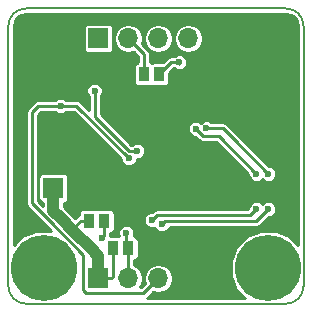
<source format=gbr>
G04 #@! TF.FileFunction,Copper,L2,Bot,Signal*
%FSLAX46Y46*%
G04 Gerber Fmt 4.6, Leading zero omitted, Abs format (unit mm)*
G04 Created by KiCad (PCBNEW 4.0.5) date Sunday, 09. April 2017 'u43' 16:43:39*
%MOMM*%
%LPD*%
G01*
G04 APERTURE LIST*
%ADD10C,0.100000*%
%ADD11C,0.150000*%
%ADD12C,5.600000*%
%ADD13R,0.970000X1.270000*%
%ADD14C,1.450000*%
%ADD15O,1.900000X1.200000*%
%ADD16R,1.700000X1.700000*%
%ADD17O,1.700000X1.700000*%
%ADD18R,1.750000X1.750000*%
%ADD19C,1.750000*%
%ADD20C,0.600000*%
%ADD21C,0.250000*%
%ADD22C,1.000000*%
%ADD23C,0.254000*%
G04 APERTURE END LIST*
D10*
D11*
X113500000Y-135000000D02*
G75*
G03X115000000Y-133500000I0J1500000D01*
G01*
X90000000Y-133500000D02*
G75*
G03X91500000Y-135000000I1500000J0D01*
G01*
X115000000Y-111500000D02*
G75*
G03X113500000Y-110000000I-1500000J0D01*
G01*
X91500000Y-110000000D02*
G75*
G03X90000000Y-111500000I0J-1500000D01*
G01*
X113500000Y-135000000D02*
X91500000Y-135000000D01*
X115000000Y-111500000D02*
X115000000Y-133500000D01*
X91500000Y-110000000D02*
X113500000Y-110000000D01*
X90000000Y-133500000D02*
X90000000Y-111500000D01*
D12*
X112000000Y-132000000D03*
D13*
X100160000Y-130320000D03*
X98880000Y-130320000D03*
X98140000Y-128000000D03*
X96860000Y-128000000D03*
D14*
X110550000Y-113580000D03*
X110550000Y-118580000D03*
D15*
X113250000Y-112580000D03*
X113250000Y-119580000D03*
D16*
X97620000Y-112540000D03*
D17*
X100160000Y-112540000D03*
X102700000Y-112540000D03*
X105240000Y-112540000D03*
X107780000Y-112540000D03*
D16*
X97620000Y-132860000D03*
D17*
X100160000Y-132860000D03*
X102700000Y-132860000D03*
X105240000Y-132860000D03*
D12*
X93000000Y-132000000D03*
D13*
X102770000Y-115588000D03*
X101500000Y-115588000D03*
X100230000Y-115588000D03*
D18*
X93810000Y-125200000D03*
D19*
X93810000Y-122700000D03*
D20*
X91000000Y-121000000D03*
X91000000Y-125000000D03*
X91000000Y-129000000D03*
X109050000Y-125240000D03*
X109050000Y-123970000D03*
X101500000Y-124500000D03*
X104500000Y-124500000D03*
X102407000Y-124478000D03*
X103607000Y-124478000D03*
X104500000Y-117500000D03*
X100930000Y-122065000D03*
X97300000Y-116985000D03*
X104478052Y-114571948D03*
X111000000Y-127000000D03*
X102179286Y-127914612D03*
X111000000Y-124000000D03*
X105855919Y-120179081D03*
X100000000Y-129000000D03*
X97942200Y-129472929D03*
X103007000Y-128288748D03*
X112000000Y-127000000D03*
X112000000Y-124000000D03*
X106775380Y-120155390D03*
X94445000Y-118255000D03*
X100205002Y-122700000D03*
D21*
X91000000Y-121000000D02*
X91000000Y-119000000D01*
X91000000Y-120000000D02*
X91000000Y-129000000D01*
X100160000Y-115715000D02*
X100160000Y-116600000D01*
X100160000Y-116600000D02*
X101060000Y-117500000D01*
X101060000Y-117500000D02*
X104500000Y-117500000D01*
X100206412Y-122065000D02*
X97666412Y-119525000D01*
X100930000Y-122065000D02*
X100206412Y-122065000D01*
X97300000Y-119158588D02*
X97666412Y-119525000D01*
X97300000Y-116985000D02*
X97300000Y-119158588D01*
D22*
X95500000Y-128831002D02*
X94448998Y-127780000D01*
X94448998Y-127780000D02*
X93810000Y-127141002D01*
X93810000Y-127141002D02*
X93810000Y-125200000D01*
X95500000Y-128835000D02*
X95500000Y-128831002D01*
D21*
X97620000Y-132860000D02*
X98720000Y-132860000D01*
X98880000Y-132700000D02*
X98880000Y-131205000D01*
X98720000Y-132860000D02*
X98880000Y-132700000D01*
X98880000Y-131205000D02*
X98880000Y-130320000D01*
D22*
X95500000Y-128835000D02*
X96985000Y-130320000D01*
D21*
X96860000Y-128000000D02*
X96125000Y-128000000D01*
X96125000Y-128000000D02*
X95500000Y-128625000D01*
X95500000Y-128625000D02*
X95500000Y-128835000D01*
X98880000Y-130320000D02*
X98880000Y-130170000D01*
D22*
X96985000Y-130320000D02*
X97620000Y-130955000D01*
X97620000Y-130955000D02*
X97620000Y-132860000D01*
X97620000Y-131010000D02*
X97620000Y-132860000D01*
D21*
X104478052Y-114571948D02*
X103786052Y-114571948D01*
X103786052Y-114571948D02*
X102770000Y-115588000D01*
X104478052Y-114671948D02*
X104478052Y-114571948D01*
X100160000Y-112540000D02*
X101500000Y-113880000D01*
X101500000Y-113880000D02*
X101500000Y-115588000D01*
X102179286Y-127914612D02*
X102593898Y-127500000D01*
X110500000Y-127500000D02*
X102593898Y-127500000D01*
X111000000Y-127000000D02*
X110500000Y-127500000D01*
X107823162Y-120823162D02*
X106500000Y-120823162D01*
X106500000Y-120823162D02*
X105855919Y-120179081D01*
X111000000Y-124000000D02*
X107823162Y-120823162D01*
X100000000Y-129000000D02*
X100000000Y-130160000D01*
X100000000Y-130160000D02*
X100160000Y-130320000D01*
X100160000Y-132860000D02*
X100160000Y-130320000D01*
X98140000Y-128000000D02*
X98140000Y-129275129D01*
X98140000Y-129275129D02*
X97942200Y-129472929D01*
X103007000Y-128288748D02*
X103306999Y-127988749D01*
X103306999Y-127988749D02*
X111011251Y-127988749D01*
X111011251Y-127988749D02*
X111500000Y-127500000D01*
X111500000Y-127500000D02*
X112000000Y-127000000D01*
X106775380Y-120155390D02*
X108155390Y-120155390D01*
X109000000Y-121000000D02*
X112000000Y-124000000D01*
X108155390Y-120155390D02*
X109000000Y-121000000D01*
X93498260Y-127996003D02*
X92012257Y-126510000D01*
X94445000Y-118255000D02*
X92540000Y-118255000D01*
X92012257Y-126510000D02*
X92012257Y-118782743D01*
X92012257Y-118782743D02*
X92540000Y-118255000D01*
X93498260Y-128000000D02*
X93498260Y-127996003D01*
X102700000Y-132860000D02*
X101430000Y-134130000D01*
X101430000Y-134130000D02*
X96604998Y-134130000D01*
X96604998Y-134130000D02*
X96350000Y-133875002D01*
X96350000Y-133875002D02*
X96350000Y-130851740D01*
X96350000Y-130851740D02*
X93498260Y-128000000D01*
X100205002Y-122700000D02*
X95760002Y-118255000D01*
X95760002Y-118255000D02*
X94445000Y-118255000D01*
D23*
G36*
X113896103Y-110543723D02*
X114231902Y-110768098D01*
X114456277Y-111103897D01*
X114544000Y-111544913D01*
X114544000Y-130045900D01*
X113804244Y-129304852D01*
X112635516Y-128819554D01*
X111370036Y-128818450D01*
X110200463Y-129301707D01*
X109304852Y-130195756D01*
X108819554Y-131364484D01*
X108818450Y-132629964D01*
X109301707Y-133799537D01*
X110044872Y-134544000D01*
X101703681Y-134544000D01*
X101787796Y-134487796D01*
X102249988Y-134025604D01*
X102700000Y-134115117D01*
X103171083Y-134021413D01*
X103570448Y-133754565D01*
X103837296Y-133355200D01*
X103931000Y-132884117D01*
X103931000Y-132835883D01*
X103837296Y-132364800D01*
X103570448Y-131965435D01*
X103171083Y-131698587D01*
X102700000Y-131604883D01*
X102228917Y-131698587D01*
X101829552Y-131965435D01*
X101562704Y-132364800D01*
X101469000Y-132835883D01*
X101469000Y-132884117D01*
X101550510Y-133293898D01*
X101220408Y-133624000D01*
X101117689Y-133624000D01*
X101297296Y-133355200D01*
X101391000Y-132884117D01*
X101391000Y-132835883D01*
X101297296Y-132364800D01*
X101030448Y-131965435D01*
X100666000Y-131721918D01*
X100666000Y-131339513D01*
X100786190Y-131316897D01*
X100915865Y-131233454D01*
X101002859Y-131106134D01*
X101033464Y-130955000D01*
X101033464Y-129685000D01*
X101006897Y-129543810D01*
X100923454Y-129414135D01*
X100796134Y-129327141D01*
X100645000Y-129296536D01*
X100614244Y-129296536D01*
X100680882Y-129136054D01*
X100681118Y-128865135D01*
X100577661Y-128614748D01*
X100386259Y-128423013D01*
X100136054Y-128319118D01*
X99865135Y-128318882D01*
X99614748Y-128422339D01*
X99423013Y-128613741D01*
X99319118Y-128863946D01*
X99318882Y-129134865D01*
X99387571Y-129301107D01*
X99365000Y-129296536D01*
X98641742Y-129296536D01*
X98646000Y-129275129D01*
X98646000Y-129019513D01*
X98766190Y-128996897D01*
X98895865Y-128913454D01*
X98982859Y-128786134D01*
X99013464Y-128635000D01*
X99013464Y-128049477D01*
X101498168Y-128049477D01*
X101601625Y-128299864D01*
X101793027Y-128491599D01*
X102043232Y-128595494D01*
X102314151Y-128595730D01*
X102384917Y-128566490D01*
X102429339Y-128674000D01*
X102620741Y-128865735D01*
X102870946Y-128969630D01*
X103141865Y-128969866D01*
X103392252Y-128866409D01*
X103583987Y-128675007D01*
X103658837Y-128494749D01*
X111011251Y-128494749D01*
X111204889Y-128456232D01*
X111369047Y-128346545D01*
X112034561Y-127681031D01*
X112134865Y-127681118D01*
X112385252Y-127577661D01*
X112576987Y-127386259D01*
X112680882Y-127136054D01*
X112681118Y-126865135D01*
X112577661Y-126614748D01*
X112386259Y-126423013D01*
X112136054Y-126319118D01*
X111865135Y-126318882D01*
X111614748Y-126422339D01*
X111499968Y-126536920D01*
X111386259Y-126423013D01*
X111136054Y-126319118D01*
X110865135Y-126318882D01*
X110614748Y-126422339D01*
X110423013Y-126613741D01*
X110319118Y-126863946D01*
X110319030Y-126965378D01*
X110290408Y-126994000D01*
X102593898Y-126994000D01*
X102400260Y-127032517D01*
X102236102Y-127142204D01*
X102144725Y-127233581D01*
X102044421Y-127233494D01*
X101794034Y-127336951D01*
X101602299Y-127528353D01*
X101498404Y-127778558D01*
X101498168Y-128049477D01*
X99013464Y-128049477D01*
X99013464Y-127365000D01*
X98986897Y-127223810D01*
X98903454Y-127094135D01*
X98776134Y-127007141D01*
X98625000Y-126976536D01*
X97655000Y-126976536D01*
X97513810Y-127003103D01*
X97501663Y-127010919D01*
X97496134Y-127007141D01*
X97345000Y-126976536D01*
X96375000Y-126976536D01*
X96233810Y-127003103D01*
X96104135Y-127086546D01*
X96017141Y-127213866D01*
X95986536Y-127365000D01*
X95986536Y-127521542D01*
X95931362Y-127532517D01*
X95767204Y-127642204D01*
X95662164Y-127747244D01*
X94691000Y-126776080D01*
X94691000Y-126462335D01*
X94826190Y-126436897D01*
X94955865Y-126353454D01*
X95042859Y-126226134D01*
X95073464Y-126075000D01*
X95073464Y-124325000D01*
X95046897Y-124183810D01*
X94963454Y-124054135D01*
X94836134Y-123967141D01*
X94685000Y-123936536D01*
X92935000Y-123936536D01*
X92793810Y-123963103D01*
X92664135Y-124046546D01*
X92577141Y-124173866D01*
X92546536Y-124325000D01*
X92546536Y-126075000D01*
X92573103Y-126216190D01*
X92656546Y-126345865D01*
X92783866Y-126432859D01*
X92929000Y-126462249D01*
X92929000Y-126711151D01*
X92518257Y-126300408D01*
X92518257Y-118992335D01*
X92749592Y-118761000D01*
X93987877Y-118761000D01*
X94058741Y-118831987D01*
X94308946Y-118935882D01*
X94579865Y-118936118D01*
X94830252Y-118832661D01*
X94902038Y-118761000D01*
X95550410Y-118761000D01*
X99523971Y-122734561D01*
X99523884Y-122834865D01*
X99627341Y-123085252D01*
X99818743Y-123276987D01*
X100068948Y-123380882D01*
X100339867Y-123381118D01*
X100590254Y-123277661D01*
X100781989Y-123086259D01*
X100885884Y-122836054D01*
X100885962Y-122745962D01*
X101064865Y-122746118D01*
X101315252Y-122642661D01*
X101506987Y-122451259D01*
X101610882Y-122201054D01*
X101611118Y-121930135D01*
X101507661Y-121679748D01*
X101316259Y-121488013D01*
X101066054Y-121384118D01*
X100795135Y-121383882D01*
X100544748Y-121487339D01*
X100472962Y-121559000D01*
X100416004Y-121559000D01*
X99170950Y-120313946D01*
X105174801Y-120313946D01*
X105278258Y-120564333D01*
X105469660Y-120756068D01*
X105719865Y-120859963D01*
X105821297Y-120860051D01*
X106142204Y-121180958D01*
X106306362Y-121290645D01*
X106500000Y-121329162D01*
X107613570Y-121329162D01*
X110318969Y-124034561D01*
X110318882Y-124134865D01*
X110422339Y-124385252D01*
X110613741Y-124576987D01*
X110863946Y-124680882D01*
X111134865Y-124681118D01*
X111385252Y-124577661D01*
X111500032Y-124463080D01*
X111613741Y-124576987D01*
X111863946Y-124680882D01*
X112134865Y-124681118D01*
X112385252Y-124577661D01*
X112576987Y-124386259D01*
X112680882Y-124136054D01*
X112681118Y-123865135D01*
X112577661Y-123614748D01*
X112386259Y-123423013D01*
X112136054Y-123319118D01*
X112034622Y-123319030D01*
X108513186Y-119797594D01*
X108349028Y-119687907D01*
X108155390Y-119649390D01*
X107232503Y-119649390D01*
X107161639Y-119578403D01*
X106911434Y-119474508D01*
X106640515Y-119474272D01*
X106390128Y-119577729D01*
X106303842Y-119663865D01*
X106242178Y-119602094D01*
X105991973Y-119498199D01*
X105721054Y-119497963D01*
X105470667Y-119601420D01*
X105278932Y-119792822D01*
X105175037Y-120043027D01*
X105174801Y-120313946D01*
X99170950Y-120313946D01*
X97806000Y-118948996D01*
X97806000Y-117442123D01*
X97876987Y-117371259D01*
X97980882Y-117121054D01*
X97981118Y-116850135D01*
X97877661Y-116599748D01*
X97686259Y-116408013D01*
X97436054Y-116304118D01*
X97165135Y-116303882D01*
X96914748Y-116407339D01*
X96723013Y-116598741D01*
X96619118Y-116848946D01*
X96618882Y-117119865D01*
X96722339Y-117370252D01*
X96794000Y-117442038D01*
X96794000Y-118573406D01*
X96117798Y-117897204D01*
X95953640Y-117787517D01*
X95760002Y-117749000D01*
X94902123Y-117749000D01*
X94831259Y-117678013D01*
X94581054Y-117574118D01*
X94310135Y-117573882D01*
X94059748Y-117677339D01*
X93987962Y-117749000D01*
X92540000Y-117749000D01*
X92346362Y-117787517D01*
X92182204Y-117897204D01*
X91654461Y-118424947D01*
X91544774Y-118589105D01*
X91506257Y-118782743D01*
X91506257Y-126510000D01*
X91544774Y-126703638D01*
X91654461Y-126867796D01*
X93132415Y-128345750D01*
X93140464Y-128357796D01*
X93602193Y-128819525D01*
X92370036Y-128818450D01*
X91200463Y-129301707D01*
X90456000Y-130044872D01*
X90456000Y-111690000D01*
X96381536Y-111690000D01*
X96381536Y-113390000D01*
X96408103Y-113531190D01*
X96491546Y-113660865D01*
X96618866Y-113747859D01*
X96770000Y-113778464D01*
X98470000Y-113778464D01*
X98611190Y-113751897D01*
X98740865Y-113668454D01*
X98827859Y-113541134D01*
X98858464Y-113390000D01*
X98858464Y-112515883D01*
X98929000Y-112515883D01*
X98929000Y-112564117D01*
X99022704Y-113035200D01*
X99289552Y-113434565D01*
X99688917Y-113701413D01*
X100160000Y-113795117D01*
X100610012Y-113705604D01*
X100994000Y-114089592D01*
X100994000Y-114568487D01*
X100873810Y-114591103D01*
X100744135Y-114674546D01*
X100657141Y-114801866D01*
X100626536Y-114953000D01*
X100626536Y-116223000D01*
X100653103Y-116364190D01*
X100736546Y-116493865D01*
X100863866Y-116580859D01*
X101015000Y-116611464D01*
X101985000Y-116611464D01*
X102126190Y-116584897D01*
X102133187Y-116580395D01*
X102133866Y-116580859D01*
X102285000Y-116611464D01*
X103255000Y-116611464D01*
X103396190Y-116584897D01*
X103525865Y-116501454D01*
X103612859Y-116374134D01*
X103643464Y-116223000D01*
X103643464Y-115430128D01*
X103995644Y-115077948D01*
X104020929Y-115077948D01*
X104091793Y-115148935D01*
X104341998Y-115252830D01*
X104612917Y-115253066D01*
X104863304Y-115149609D01*
X105055039Y-114958207D01*
X105158934Y-114708002D01*
X105159170Y-114437083D01*
X105055713Y-114186696D01*
X104864311Y-113994961D01*
X104614106Y-113891066D01*
X104343187Y-113890830D01*
X104092800Y-113994287D01*
X104021014Y-114065948D01*
X103786052Y-114065948D01*
X103592414Y-114104465D01*
X103470854Y-114185689D01*
X103428256Y-114214152D01*
X103077872Y-114564536D01*
X102285000Y-114564536D01*
X102143810Y-114591103D01*
X102136813Y-114595605D01*
X102136134Y-114595141D01*
X102006000Y-114568789D01*
X102006000Y-113880000D01*
X101967483Y-113686362D01*
X101857796Y-113522204D01*
X101309490Y-112973898D01*
X101391000Y-112564117D01*
X101391000Y-112515883D01*
X101469000Y-112515883D01*
X101469000Y-112564117D01*
X101562704Y-113035200D01*
X101829552Y-113434565D01*
X102228917Y-113701413D01*
X102700000Y-113795117D01*
X103171083Y-113701413D01*
X103570448Y-113434565D01*
X103837296Y-113035200D01*
X103931000Y-112564117D01*
X103931000Y-112515883D01*
X104009000Y-112515883D01*
X104009000Y-112564117D01*
X104102704Y-113035200D01*
X104369552Y-113434565D01*
X104768917Y-113701413D01*
X105240000Y-113795117D01*
X105711083Y-113701413D01*
X106110448Y-113434565D01*
X106377296Y-113035200D01*
X106471000Y-112564117D01*
X106471000Y-112515883D01*
X106377296Y-112044800D01*
X106110448Y-111645435D01*
X105711083Y-111378587D01*
X105240000Y-111284883D01*
X104768917Y-111378587D01*
X104369552Y-111645435D01*
X104102704Y-112044800D01*
X104009000Y-112515883D01*
X103931000Y-112515883D01*
X103837296Y-112044800D01*
X103570448Y-111645435D01*
X103171083Y-111378587D01*
X102700000Y-111284883D01*
X102228917Y-111378587D01*
X101829552Y-111645435D01*
X101562704Y-112044800D01*
X101469000Y-112515883D01*
X101391000Y-112515883D01*
X101297296Y-112044800D01*
X101030448Y-111645435D01*
X100631083Y-111378587D01*
X100160000Y-111284883D01*
X99688917Y-111378587D01*
X99289552Y-111645435D01*
X99022704Y-112044800D01*
X98929000Y-112515883D01*
X98858464Y-112515883D01*
X98858464Y-111690000D01*
X98831897Y-111548810D01*
X98748454Y-111419135D01*
X98621134Y-111332141D01*
X98470000Y-111301536D01*
X96770000Y-111301536D01*
X96628810Y-111328103D01*
X96499135Y-111411546D01*
X96412141Y-111538866D01*
X96381536Y-111690000D01*
X90456000Y-111690000D01*
X90456000Y-111544912D01*
X90543723Y-111103897D01*
X90768098Y-110768098D01*
X91103897Y-110543723D01*
X91544913Y-110456000D01*
X113455088Y-110456000D01*
X113896103Y-110543723D01*
X113896103Y-110543723D01*
G37*
X113896103Y-110543723D02*
X114231902Y-110768098D01*
X114456277Y-111103897D01*
X114544000Y-111544913D01*
X114544000Y-130045900D01*
X113804244Y-129304852D01*
X112635516Y-128819554D01*
X111370036Y-128818450D01*
X110200463Y-129301707D01*
X109304852Y-130195756D01*
X108819554Y-131364484D01*
X108818450Y-132629964D01*
X109301707Y-133799537D01*
X110044872Y-134544000D01*
X101703681Y-134544000D01*
X101787796Y-134487796D01*
X102249988Y-134025604D01*
X102700000Y-134115117D01*
X103171083Y-134021413D01*
X103570448Y-133754565D01*
X103837296Y-133355200D01*
X103931000Y-132884117D01*
X103931000Y-132835883D01*
X103837296Y-132364800D01*
X103570448Y-131965435D01*
X103171083Y-131698587D01*
X102700000Y-131604883D01*
X102228917Y-131698587D01*
X101829552Y-131965435D01*
X101562704Y-132364800D01*
X101469000Y-132835883D01*
X101469000Y-132884117D01*
X101550510Y-133293898D01*
X101220408Y-133624000D01*
X101117689Y-133624000D01*
X101297296Y-133355200D01*
X101391000Y-132884117D01*
X101391000Y-132835883D01*
X101297296Y-132364800D01*
X101030448Y-131965435D01*
X100666000Y-131721918D01*
X100666000Y-131339513D01*
X100786190Y-131316897D01*
X100915865Y-131233454D01*
X101002859Y-131106134D01*
X101033464Y-130955000D01*
X101033464Y-129685000D01*
X101006897Y-129543810D01*
X100923454Y-129414135D01*
X100796134Y-129327141D01*
X100645000Y-129296536D01*
X100614244Y-129296536D01*
X100680882Y-129136054D01*
X100681118Y-128865135D01*
X100577661Y-128614748D01*
X100386259Y-128423013D01*
X100136054Y-128319118D01*
X99865135Y-128318882D01*
X99614748Y-128422339D01*
X99423013Y-128613741D01*
X99319118Y-128863946D01*
X99318882Y-129134865D01*
X99387571Y-129301107D01*
X99365000Y-129296536D01*
X98641742Y-129296536D01*
X98646000Y-129275129D01*
X98646000Y-129019513D01*
X98766190Y-128996897D01*
X98895865Y-128913454D01*
X98982859Y-128786134D01*
X99013464Y-128635000D01*
X99013464Y-128049477D01*
X101498168Y-128049477D01*
X101601625Y-128299864D01*
X101793027Y-128491599D01*
X102043232Y-128595494D01*
X102314151Y-128595730D01*
X102384917Y-128566490D01*
X102429339Y-128674000D01*
X102620741Y-128865735D01*
X102870946Y-128969630D01*
X103141865Y-128969866D01*
X103392252Y-128866409D01*
X103583987Y-128675007D01*
X103658837Y-128494749D01*
X111011251Y-128494749D01*
X111204889Y-128456232D01*
X111369047Y-128346545D01*
X112034561Y-127681031D01*
X112134865Y-127681118D01*
X112385252Y-127577661D01*
X112576987Y-127386259D01*
X112680882Y-127136054D01*
X112681118Y-126865135D01*
X112577661Y-126614748D01*
X112386259Y-126423013D01*
X112136054Y-126319118D01*
X111865135Y-126318882D01*
X111614748Y-126422339D01*
X111499968Y-126536920D01*
X111386259Y-126423013D01*
X111136054Y-126319118D01*
X110865135Y-126318882D01*
X110614748Y-126422339D01*
X110423013Y-126613741D01*
X110319118Y-126863946D01*
X110319030Y-126965378D01*
X110290408Y-126994000D01*
X102593898Y-126994000D01*
X102400260Y-127032517D01*
X102236102Y-127142204D01*
X102144725Y-127233581D01*
X102044421Y-127233494D01*
X101794034Y-127336951D01*
X101602299Y-127528353D01*
X101498404Y-127778558D01*
X101498168Y-128049477D01*
X99013464Y-128049477D01*
X99013464Y-127365000D01*
X98986897Y-127223810D01*
X98903454Y-127094135D01*
X98776134Y-127007141D01*
X98625000Y-126976536D01*
X97655000Y-126976536D01*
X97513810Y-127003103D01*
X97501663Y-127010919D01*
X97496134Y-127007141D01*
X97345000Y-126976536D01*
X96375000Y-126976536D01*
X96233810Y-127003103D01*
X96104135Y-127086546D01*
X96017141Y-127213866D01*
X95986536Y-127365000D01*
X95986536Y-127521542D01*
X95931362Y-127532517D01*
X95767204Y-127642204D01*
X95662164Y-127747244D01*
X94691000Y-126776080D01*
X94691000Y-126462335D01*
X94826190Y-126436897D01*
X94955865Y-126353454D01*
X95042859Y-126226134D01*
X95073464Y-126075000D01*
X95073464Y-124325000D01*
X95046897Y-124183810D01*
X94963454Y-124054135D01*
X94836134Y-123967141D01*
X94685000Y-123936536D01*
X92935000Y-123936536D01*
X92793810Y-123963103D01*
X92664135Y-124046546D01*
X92577141Y-124173866D01*
X92546536Y-124325000D01*
X92546536Y-126075000D01*
X92573103Y-126216190D01*
X92656546Y-126345865D01*
X92783866Y-126432859D01*
X92929000Y-126462249D01*
X92929000Y-126711151D01*
X92518257Y-126300408D01*
X92518257Y-118992335D01*
X92749592Y-118761000D01*
X93987877Y-118761000D01*
X94058741Y-118831987D01*
X94308946Y-118935882D01*
X94579865Y-118936118D01*
X94830252Y-118832661D01*
X94902038Y-118761000D01*
X95550410Y-118761000D01*
X99523971Y-122734561D01*
X99523884Y-122834865D01*
X99627341Y-123085252D01*
X99818743Y-123276987D01*
X100068948Y-123380882D01*
X100339867Y-123381118D01*
X100590254Y-123277661D01*
X100781989Y-123086259D01*
X100885884Y-122836054D01*
X100885962Y-122745962D01*
X101064865Y-122746118D01*
X101315252Y-122642661D01*
X101506987Y-122451259D01*
X101610882Y-122201054D01*
X101611118Y-121930135D01*
X101507661Y-121679748D01*
X101316259Y-121488013D01*
X101066054Y-121384118D01*
X100795135Y-121383882D01*
X100544748Y-121487339D01*
X100472962Y-121559000D01*
X100416004Y-121559000D01*
X99170950Y-120313946D01*
X105174801Y-120313946D01*
X105278258Y-120564333D01*
X105469660Y-120756068D01*
X105719865Y-120859963D01*
X105821297Y-120860051D01*
X106142204Y-121180958D01*
X106306362Y-121290645D01*
X106500000Y-121329162D01*
X107613570Y-121329162D01*
X110318969Y-124034561D01*
X110318882Y-124134865D01*
X110422339Y-124385252D01*
X110613741Y-124576987D01*
X110863946Y-124680882D01*
X111134865Y-124681118D01*
X111385252Y-124577661D01*
X111500032Y-124463080D01*
X111613741Y-124576987D01*
X111863946Y-124680882D01*
X112134865Y-124681118D01*
X112385252Y-124577661D01*
X112576987Y-124386259D01*
X112680882Y-124136054D01*
X112681118Y-123865135D01*
X112577661Y-123614748D01*
X112386259Y-123423013D01*
X112136054Y-123319118D01*
X112034622Y-123319030D01*
X108513186Y-119797594D01*
X108349028Y-119687907D01*
X108155390Y-119649390D01*
X107232503Y-119649390D01*
X107161639Y-119578403D01*
X106911434Y-119474508D01*
X106640515Y-119474272D01*
X106390128Y-119577729D01*
X106303842Y-119663865D01*
X106242178Y-119602094D01*
X105991973Y-119498199D01*
X105721054Y-119497963D01*
X105470667Y-119601420D01*
X105278932Y-119792822D01*
X105175037Y-120043027D01*
X105174801Y-120313946D01*
X99170950Y-120313946D01*
X97806000Y-118948996D01*
X97806000Y-117442123D01*
X97876987Y-117371259D01*
X97980882Y-117121054D01*
X97981118Y-116850135D01*
X97877661Y-116599748D01*
X97686259Y-116408013D01*
X97436054Y-116304118D01*
X97165135Y-116303882D01*
X96914748Y-116407339D01*
X96723013Y-116598741D01*
X96619118Y-116848946D01*
X96618882Y-117119865D01*
X96722339Y-117370252D01*
X96794000Y-117442038D01*
X96794000Y-118573406D01*
X96117798Y-117897204D01*
X95953640Y-117787517D01*
X95760002Y-117749000D01*
X94902123Y-117749000D01*
X94831259Y-117678013D01*
X94581054Y-117574118D01*
X94310135Y-117573882D01*
X94059748Y-117677339D01*
X93987962Y-117749000D01*
X92540000Y-117749000D01*
X92346362Y-117787517D01*
X92182204Y-117897204D01*
X91654461Y-118424947D01*
X91544774Y-118589105D01*
X91506257Y-118782743D01*
X91506257Y-126510000D01*
X91544774Y-126703638D01*
X91654461Y-126867796D01*
X93132415Y-128345750D01*
X93140464Y-128357796D01*
X93602193Y-128819525D01*
X92370036Y-128818450D01*
X91200463Y-129301707D01*
X90456000Y-130044872D01*
X90456000Y-111690000D01*
X96381536Y-111690000D01*
X96381536Y-113390000D01*
X96408103Y-113531190D01*
X96491546Y-113660865D01*
X96618866Y-113747859D01*
X96770000Y-113778464D01*
X98470000Y-113778464D01*
X98611190Y-113751897D01*
X98740865Y-113668454D01*
X98827859Y-113541134D01*
X98858464Y-113390000D01*
X98858464Y-112515883D01*
X98929000Y-112515883D01*
X98929000Y-112564117D01*
X99022704Y-113035200D01*
X99289552Y-113434565D01*
X99688917Y-113701413D01*
X100160000Y-113795117D01*
X100610012Y-113705604D01*
X100994000Y-114089592D01*
X100994000Y-114568487D01*
X100873810Y-114591103D01*
X100744135Y-114674546D01*
X100657141Y-114801866D01*
X100626536Y-114953000D01*
X100626536Y-116223000D01*
X100653103Y-116364190D01*
X100736546Y-116493865D01*
X100863866Y-116580859D01*
X101015000Y-116611464D01*
X101985000Y-116611464D01*
X102126190Y-116584897D01*
X102133187Y-116580395D01*
X102133866Y-116580859D01*
X102285000Y-116611464D01*
X103255000Y-116611464D01*
X103396190Y-116584897D01*
X103525865Y-116501454D01*
X103612859Y-116374134D01*
X103643464Y-116223000D01*
X103643464Y-115430128D01*
X103995644Y-115077948D01*
X104020929Y-115077948D01*
X104091793Y-115148935D01*
X104341998Y-115252830D01*
X104612917Y-115253066D01*
X104863304Y-115149609D01*
X105055039Y-114958207D01*
X105158934Y-114708002D01*
X105159170Y-114437083D01*
X105055713Y-114186696D01*
X104864311Y-113994961D01*
X104614106Y-113891066D01*
X104343187Y-113890830D01*
X104092800Y-113994287D01*
X104021014Y-114065948D01*
X103786052Y-114065948D01*
X103592414Y-114104465D01*
X103470854Y-114185689D01*
X103428256Y-114214152D01*
X103077872Y-114564536D01*
X102285000Y-114564536D01*
X102143810Y-114591103D01*
X102136813Y-114595605D01*
X102136134Y-114595141D01*
X102006000Y-114568789D01*
X102006000Y-113880000D01*
X101967483Y-113686362D01*
X101857796Y-113522204D01*
X101309490Y-112973898D01*
X101391000Y-112564117D01*
X101391000Y-112515883D01*
X101469000Y-112515883D01*
X101469000Y-112564117D01*
X101562704Y-113035200D01*
X101829552Y-113434565D01*
X102228917Y-113701413D01*
X102700000Y-113795117D01*
X103171083Y-113701413D01*
X103570448Y-113434565D01*
X103837296Y-113035200D01*
X103931000Y-112564117D01*
X103931000Y-112515883D01*
X104009000Y-112515883D01*
X104009000Y-112564117D01*
X104102704Y-113035200D01*
X104369552Y-113434565D01*
X104768917Y-113701413D01*
X105240000Y-113795117D01*
X105711083Y-113701413D01*
X106110448Y-113434565D01*
X106377296Y-113035200D01*
X106471000Y-112564117D01*
X106471000Y-112515883D01*
X106377296Y-112044800D01*
X106110448Y-111645435D01*
X105711083Y-111378587D01*
X105240000Y-111284883D01*
X104768917Y-111378587D01*
X104369552Y-111645435D01*
X104102704Y-112044800D01*
X104009000Y-112515883D01*
X103931000Y-112515883D01*
X103837296Y-112044800D01*
X103570448Y-111645435D01*
X103171083Y-111378587D01*
X102700000Y-111284883D01*
X102228917Y-111378587D01*
X101829552Y-111645435D01*
X101562704Y-112044800D01*
X101469000Y-112515883D01*
X101391000Y-112515883D01*
X101297296Y-112044800D01*
X101030448Y-111645435D01*
X100631083Y-111378587D01*
X100160000Y-111284883D01*
X99688917Y-111378587D01*
X99289552Y-111645435D01*
X99022704Y-112044800D01*
X98929000Y-112515883D01*
X98858464Y-112515883D01*
X98858464Y-111690000D01*
X98831897Y-111548810D01*
X98748454Y-111419135D01*
X98621134Y-111332141D01*
X98470000Y-111301536D01*
X96770000Y-111301536D01*
X96628810Y-111328103D01*
X96499135Y-111411546D01*
X96412141Y-111538866D01*
X96381536Y-111690000D01*
X90456000Y-111690000D01*
X90456000Y-111544912D01*
X90543723Y-111103897D01*
X90768098Y-110768098D01*
X91103897Y-110543723D01*
X91544913Y-110456000D01*
X113455088Y-110456000D01*
X113896103Y-110543723D01*
M02*

</source>
